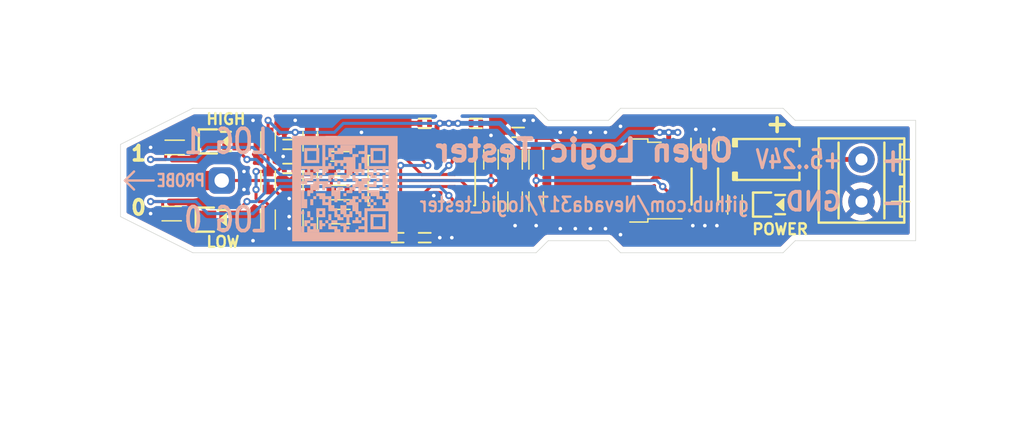
<source format=kicad_pcb>
(kicad_pcb (version 20221018) (generator pcbnew)
  (title_block (title "Logic Tester") (date "2024-11-23") (rev "1.0") (company "OSHW"))
  (layers (0 "F.Cu" signal) (31 "B.Cu" signal) (34 "B.Paste" user) (35 "F.Paste" user) (36 "B.SilkS" user "B.Silkscreen") (37 "F.SilkS" user "F.Silkscreen") (38 "B.Mask" user) (39 "F.Mask" user) (44 "Edge.Cuts" user))
  (net 0 "")
  (net 1 "/CHK1")
  (net 2 "GNDD")
  (net 3 "/REF_D")
  (net 4 "/CHK0")
  (net 5 "/CENTER")
  (net 6 "/REF1")
  (net 7 "V+")
  (net 8 "/VCC_REG")
  (net 9 "Net-(D1-A)")
  (net 10 "Net-(D2-K)")
  (net 11 "Net-(D3-K)")
  (net 12 "Net-(D4-K)")
  (net 13 "/PROBE")
  (net 14 "/REF0")
  (net 15 "Net-(U2-ADJ)")
  (net 16 "Net-(R17-Pad1)")
  (net 17 "Net-(R19-Pad1)")
  (net 18 "Net-(U1B-+)")
  (net 19 "Net-(U1D--)")
  (net 20 "Net-(U1B--)")
  (net 21 "Net-(U1D-+)")
  (footprint "NevaDA:C_0402" (layer "F.Cu") (at 108 96 180)
    (fp_text reference "C9" hide)
    (fp_text value "100n" hide)
  )
  (footprint "NevaDA:R_0603" (layer "F.Cu") (at 93.25 101)
    (fp_text reference "R10" hide)
    (fp_text value "1k" hide)
  )
  (footprint "NevaDA:R_0603" (layer "F.Cu") (at 93.25 103)
    (fp_text reference "R8" hide)
    (fp_text value "1k" hide)
  )
  (footprint "NevaDA:Terminal_3.5mm_x2" (layer "F.Cu") (at 136.5 100 90)
    (fp_text reference "J1" hide)
    (fp_text value "15EDGR-3.5-02P" hide)
  )
  (footprint "NevaDA:R_0603" (layer "F.Cu") (at 107.75 98.25 -90)
    (fp_text reference "R15" hide)
    (fp_text value "10k" hide)
  )
  (footprint "NevaDA:LED_KP-2012G" (layer "F.Cu") (at 83.5 103.25)
    (fp_text reference "D4" hide)
    (fp_text value "KP-2012MGC" hide)
  )
  (footprint "NevaDA:R_0603" (layer "F.Cu") (at 109.5 98.25 -90)
    (fp_text reference "R13" hide)
    (fp_text value "240" hide)
  )
  (footprint "NevaDA:R_0603" (layer "F.Cu") (at 105.75 98.25 90)
    (fp_text reference "R12" hide)
    (fp_text value "100k" hide)
  )
  (footprint "NevaDA:R_0603" (layer "F.Cu") (at 90.75 100 -90)
    (fp_text reference "R4" hide)
    (fp_text value "1k" hide)
  )
  (footprint "NevaDA:C_0402" (layer "F.Cu") (at 89 99)
    (fp_text reference "C1" hide)
    (fp_text value "100n" hide)
  )
  (footprint "NevaDA:R_0603" (layer "F.Cu") (at 87.25 100 -90)
    (fp_text reference "R3" hide)
    (fp_text value "10k" hide)
  )
  (footprint "NevaDA:C_0402" (layer "F.Cu") (at 104.5 95.25)
    (fp_text reference "C8" hide)
    (fp_text value "100n" hide)
  )
  (footprint "NevaDA:R_0603" (layer "F.Cu") (at 79.5 97.25)
    (fp_text reference "R17" hide)
    (fp_text value "1k" hide)
  )
  (footprint "NevaDA:C_0402" (layer "F.Cu") (at 122.75 97 90)
    (fp_text reference "C6" hide)
    (fp_text value "100n" hide)
  )
  (footprint "NevaDA:C_0402" (layer "F.Cu") (at 98 104.75 180)
    (fp_text reference "C10" hide)
    (fp_text value "100n" hide)
  )
  (footprint "NevaDA:Pad_Wire" (layer "F.Cu") (at 83.4 100 180)
    (fp_text reference "J2" hide)
    (fp_text value "Probe" hide)
  )
  (footprint "NevaDA:R_0603" (layer "F.Cu") (at 107.75 101.75 -90)
    (fp_text reference "R16" hide)
    (fp_text value "10k" hide)
  )
  (footprint "NevaDA:R_0603" (layer "F.Cu") (at 87.25 96.75 -90)
    (fp_text reference "R1" hide)
    (fp_text value "10k" hide)
  )
  (footprint "NevaDA:R_0603" (layer "F.Cu") (at 109.5 101.75 -90)
    (fp_text reference "R14" hide)
    (fp_text value "1k" hide)
  )
  (footprint "NevaDA:LED_KP-2012G" (layer "F.Cu") (at 83.75 96.75)
    (fp_text reference "D2" hide)
    (fp_text value "KP-2012MGC" hide)
  )
  (footprint "NevaDA:C_0402" (layer "F.Cu") (at 124.25 97 90)
    (fp_text reference "C5" hide)
    (fp_text value "100n" hide)
  )
  (footprint "NevaDA:SOIC-14" (layer "F.Cu") (at 100 100 -90)
    (fp_text reference "U1" hide)
    (fp_text value "LM339D" hide)
  )
  (footprint "NevaDA:R_0603" (layer "F.Cu") (at 93.25 97)
    (fp_text reference "R7" hide)
    (fp_text value "1k" hide)
  )
  (footprint "NevaDA:C_0402" (layer "F.Cu") (at 89 97 180)
    (fp_text reference "C2" hide)
    (fp_text value "100n" hide)
  )
  (footprint "NevaDA:R_0603" (layer "F.Cu") (at 87.25 103.25 -90)
    (fp_text reference "R2" hide)
    (fp_text value "10k" hide)
  )
  (footprint "NevaDA:R_0603" (layer "F.Cu") (at 90.75 96.75 -90)
    (fp_text reference "R5" hide)
    (fp_text value "1k" hide)
  )
  (footprint "NevaDA:R_0603" (layer "F.Cu") (at 126 102 90)
    (fp_text reference "R18" hide)
    (fp_text value "1k" hide)
  )
  (footprint "NevaDA:R_0603" (layer "F.Cu") (at 79.25 102.75)
    (fp_text reference "R19" hide)
    (fp_text value "1k" hide)
  )
  (footprint "NevaDA:R_0603" (layer "F.Cu") (at 93.25 99)
    (fp_text reference "R9" hide)
    (fp_text value "1k" hide)
  )
  (footprint "NevaDA:R_0603" (layer "F.Cu") (at 90.75 103.25 -90)
    (fp_text reference "R6" hide)
    (fp_text value "1k" hide)
  )
  (footprint "NevaDA:D-PAK" (layer "F.Cu") (at 116.3 100 180)
    (fp_text reference "U2" hide)
    (fp_text value "LM317MDT" hide)
  )
  (footprint "NevaDA:LED_KP-2012G" (layer "F.Cu") (at 129.75 102)
    (fp_text reference "D3" hide)
    (fp_text value "KP-2012MGC" hide)
  )
  (footprint "NevaDA:C_0402" (layer "F.Cu") (at 100.25 104.75)
    (fp_text reference "C7" hide)
    (fp_text value "100n" hide)
  )
  (footprint "NevaDA:R_0603" (layer "F.Cu") (at 105.75 101.75 -90)
    (fp_text reference "R11" hide)
    (fp_text value "100k" hide)
  )
  (footprint "NevaDA:C_0402" (layer "F.Cu") (at 100.25 95.25 180)
    (fp_text reference "C3" hide)
    (fp_text value "100n" hide)
  )
  (footprint "NevaDA:DO-214AC_SMA" (layer "F.Cu") (at 128.75 98.25)
    (fp_text reference "D1" hide)
    (fp_text value "SS14" hide)
  )
  (footprint "NevaDA:C_1206" (layer "F.Cu") (at 123.5 100.5 -90)
    (fp_text reference "C4" hide)
    (fp_text value "22u" hide)
  )
  (gr_poly (pts (xy 92 103.05) (xy 92 102.3) (xy 91.25 102.3) (xy 91.25 102.55) (xy 91.75 102.55) (xy 91.75 102.8) (xy 91.5 102.8) (xy 91.5 102.55) (xy 91.25 102.55) (xy 91.25 103.05)) (fill solid) (layer "B.SilkS"))
  (gr_poly (pts (xy 93 103.55) (xy 92.5 103.55) (xy 92.5 103.3) (xy 93 103.3)) (fill solid) (layer "B.SilkS"))
  (gr_poly (pts (xy 92.75 99.55) (xy 92.75 99.8) (xy 92.5 99.8) (xy 92.5 100.05) (xy 92.25 100.05) (xy 92.25 99.55)) (fill solid) (layer "B.SilkS"))
  (gr_poly (pts (xy 91.75 103.3) (xy 91.75 103.55) (xy 92 103.55) (xy 92 103.8) (xy 91.75 103.8) (xy 91.75 104.05) (xy 91.5 104.05) (xy 91.5 103.3)) (fill solid) (layer "B.SilkS"))
  (gr_poly (pts (xy 97.25 101.05) (xy 97.25 101.55) (xy 97 101.55) (xy 97 101.05)) (fill solid) (layer "B.SilkS"))
  (gr_poly (pts (xy 92 97.05) (xy 92 98.05) (xy 92.25 98.05) (xy 92.25 98.3) (xy 92 98.3) (xy 92 98.8) (xy 92.25 98.8) (xy 92.25 98.55) (xy 92.5 98.55) (xy 92.5 98.8) (xy 92.75 98.8) (xy 92.75 99.05) (xy 92.25 99.05) (xy 92.25 99.3) (xy 92 99.3) (xy 92 99.55) (xy 91.75 99.55) (xy 91.75 99.05) (xy 91.5 99.05) (xy 91.5 99.3) (xy 91 99.3) (xy 91 99.05) (xy 90.75 99.05) (xy 90.75 99.3) (xy 91 99.3) (xy 91 99.55) (xy 91.25 99.55) (xy 91.25 99.8) (xy 91 99.8) (xy 91 100.05) (xy 90.5 100.05) (xy 90.5 100.3) (xy 90 100.3) (xy 90 100.05) (xy 90.25 100.05) (xy 90.25 99.8) (xy 90.75 99.8) (xy 90.75 99.55) (xy 90.25 99.55) (xy 90.25 99.3) (xy 90.5 99.3) (xy 90.5 99.05) (xy 90 99.05) (xy 90 98.8) (xy 91.75 98.8) (xy 91.75 97.05)) (fill solid) (layer "B.SilkS"))
  (gr_poly (pts (xy 93.25 104.3) (xy 93.25 104.05) (xy 93 104.05) (xy 93 103.8) (xy 92.5 103.8) (xy 92.5 103.55) (xy 92.25 103.55) (xy 92.25 104.05) (xy 92.75 104.05) (xy 92.75 104.3)) (fill solid) (layer "B.SilkS"))
  (gr_poly (pts (xy 95.75 101.3) (xy 95.75 101.55) (xy 95.5 101.55) (xy 95.5 101.8) (xy 95.25 101.8) (xy 95.25 101.55) (xy 95 101.55) (xy 95 101.05) (xy 95.25 101.05) (xy 95.25 101.3)) (fill solid) (layer "B.SilkS"))
  (gr_poly (pts (xy 93.5 100.55) (xy 93.5 100.8) (xy 93.25 100.8) (xy 93.25 101.55) (xy 93 101.55) (xy 93 101.8) (xy 92.75 101.8) (xy 92.75 101.3) (xy 92.5 101.3) (xy 92.5 100.55) (xy 92.75 100.55) (xy 92.75 100.8) (xy 93 100.8) (xy 93 100.55)) (fill solid) (layer "B.SilkS"))
  (gr_poly (pts (xy 94.75 104.05) (xy 94.75 104.3) (xy 94.5 104.3) (xy 94.5 104.05)) (fill solid) (layer "B.SilkS"))
  (gr_poly (pts (xy 93.75 101.55) (xy 93.75 101.8) (xy 93.5 101.8) (xy 93.5 101.55)) (fill solid) (layer "B.SilkS"))
  (gr_poly (pts (xy 94.5 97.05) (xy 94.5 97.3) (xy 94.25 97.3) (xy 94.25 97.8) (xy 94 97.8) (xy 94 97.55) (xy 93.5 97.55) (xy 93.5 97.8) (xy 92.75 97.8) (xy 92.75 97.55) (xy 93 97.55) (xy 93 97.3) (xy 93.25 97.3) (xy 93.25 97.05)) (fill solid) (layer "B.SilkS"))
  (gr_poly (pts (xy 90.75 103.3) (xy 90.75 103.55) (xy 90.5 103.55) (xy 90.5 103.8) (xy 90.25 103.8) (xy 90.25 103.3)) (fill solid) (layer "B.SilkS"))
  (gr_poly (pts (xy 93.25 99.05) (xy 93.25 99.3) (xy 93 99.3) (xy 93 99.05)) (fill solid) (layer "B.SilkS"))
  (gr_poly (pts (xy 97.25 99.8) (xy 97 99.8) (xy 97 99.55) (xy 96.75 99.55) (xy 96.75 100.55) (xy 97 100.55) (xy 97 100.3) (xy 97.25 100.3)) (fill solid) (layer "B.SilkS"))
  (gr_poly (pts (xy 90.25 99.55) (xy 90.25 99.8) (xy 90 99.8) (xy 90 99.55)) (fill solid) (layer "B.SilkS"))
  (gr_poly (pts (xy 96 101.55) (xy 96 101.8) (xy 95.75 101.8) (xy 95.75 101.55)) (fill solid) (layer "B.SilkS"))
  (gr_poly (pts (xy 96.25 100.05) (xy 96.25 100.55) (xy 95.5 100.55) (xy 95.5 100.3) (xy 96 100.3) (xy 96 100.05)) (fill solid) (layer "B.SilkS"))
  (gr_poly (pts (xy 97.25 98.8) (xy 97.25 99.05) (xy 97 99.05) (xy 97 99.3) (xy 96.75 99.3) (xy 96.75 99.05) (xy 96.25 99.05) (xy 96.25 99.3) (xy 96 99.3) (xy 96 99.05) (xy 95.25 99.05) (xy 95.25 98.55) (xy 95 98.55) (xy 95 98.05) (xy 95.25 98.05) (xy 95.25 97.8) (xy 94.75 97.8) (xy 94.75 97.55) (xy 95.25 97.55) (xy 95.25 97.05) (xy 95.5 97.05) (xy 95.5 98.8)) (fill solid) (layer "B.SilkS"))
  (gr_poly (pts (xy 97.25 101.8) (xy 97 101.8) (xy 97 101.55) (xy 96.75 101.55) (xy 96.75 102.05) (xy 97 102.05) (xy 97 102.3) (xy 96 102.3) (xy 96 102.05) (xy 95.75 102.05) (xy 95.75 102.3) (xy 95.25 102.3) (xy 95.25 103.05) (xy 95 103.05) (xy 95 103.3) (xy 95.25 103.3) (xy 95.25 103.8) (xy 94.75 103.8) (xy 94.75 104.05) (xy 95.25 104.05) (xy 95.25 104.3) (xy 95.5 104.3) (xy 95.5 102.55) (xy 97.25 102.55)) (fill solid) (layer "B.SilkS"))
  (gr_poly (pts (xy 94 100.3) (xy 94 100.55) (xy 93.75 100.55) (xy 93.75 100.3)) (fill solid) (layer "B.SilkS"))
  (gr_poly (pts (xy 93.5 103.3) (xy 93.5 103.05) (xy 93.25 103.05) (xy 93.25 102.8) (xy 93 102.8) (xy 93 102.3) (xy 92.75 102.3) (xy 92.75 102.05) (xy 92.5 102.05) (xy 92.5 101.3) (xy 92 101.3) (xy 92 101.05) (xy 91.25 101.05) (xy 91.25 101.3) (xy 91.5 101.3) (xy 91.5 101.55) (xy 92.25 101.55) (xy 92.25 101.8) (xy 92 101.8) (xy 92 101.55) (xy 91.75 101.55) (xy 91.75 102.05) (xy 92.25 102.05) (xy 92.25 102.55) (xy 92.75 102.55) (xy 92.75 103.05) (xy 93 103.05) (xy 93 103.3)) (fill solid) (layer "B.SilkS"))
  (gr_poly (pts (xy 91.5 104.05) (xy 91.5 104.3) (xy 90.5 104.3) (xy 90.5 103.8) (xy 90.75 103.8) (xy 90.75 104.05) (xy 91 104.05) (xy 91 103.8) (xy 90.75 103.8) (xy 90.75 103.55) (xy 91.25 103.55) (xy 91.25 104.05)) (fill solid) (layer "B.SilkS"))
  (gr_poly (pts (xy 93 97.05) (xy 93 97.3) (xy 92.75 97.3) (xy 92.75 97.05)) (fill solid) (layer "B.SilkS"))
  (gr_poly (pts (xy 90.25 102.55) (xy 90.25 102.8) (xy 90 102.8) (xy 90 102.55)) (fill solid) (layer "B.SilkS"))
  (gr_poly (pts (xy 93.25 100.05) (xy 93.25 100.3) (xy 93 100.3) (xy 93 100.05)) (fill solid) (layer "B.SilkS"))
  (gr_poly (pts (xy 95.25 99.05) (xy 95.25 99.55) (xy 95 99.55) (xy 95 99.3) (xy 94.75 99.3) (xy 94.75 99.55) (xy 94.5 99.55) (xy 94.5 99.3) (xy 94.25 99.3) (xy 94.25 99.55) (xy 94 99.55) (xy 94 99.8) (xy 93.75 99.8) (xy 93.75 100.05) (xy 93.5 100.05) (xy 93.5 99.8) (xy 93.25 99.8) (xy 93.25 99.55) (xy 93.75 99.55) (xy 93.75 99.05) (xy 93.5 99.05) (xy 93.5 98.8) (xy 93.75 98.8) (xy 93.75 98.55) (xy 93.5 98.55) (xy 93.5 98.8) (xy 93.25 98.8) (xy 93.25 98.55) (xy 93 98.55) (xy 93 98.8) (xy 92.75 98.8) (xy 92.75 98.3) (xy 93.5 98.3) (xy 93.5 98.05) (xy 94.25 98.05) (xy 94.25 97.8) (xy 94.75 97.8) (xy 94.75 98.05) (xy 94.5 98.05) (xy 94.5 99.05) (xy 94.75 99.05) (xy 94.75 98.55) (xy 95 98.55) (xy 95 99.05)) (fill solid) (layer "B.SilkS"))
  (gr_poly (pts (xy 97 98.55) (xy 97 97.3) (xy 95.75 97.3) (xy 95.75 97.55) (xy 96.75 97.55) (xy 96.75 98.3) (xy 96 98.3) (xy 96 97.55) (xy 95.75 97.55) (xy 95.75 98.55)) (fill solid) (layer "B.SilkS"))
  (gr_poly (pts (xy 91.75 99.55) (xy 91.75 99.8) (xy 91.5 99.8) (xy 91.5 99.55)) (fill solid) (layer "B.SilkS"))
  (gr_poly (pts (xy 90 100.8) (xy 90.25 100.8) (xy 90.25 101.55) (xy 90.5 101.55) (xy 90.5 102.3) (xy 90 102.3)) (fill solid) (layer "B.SilkS"))
  (gr_poly (pts (xy 96.25 101.8) (xy 96.25 102.05) (xy 96 102.05) (xy 96 101.8)) (fill solid) (layer "B.SilkS"))
  (gr_poly (pts (xy 93.75 104.3) (xy 93.75 104.05) (xy 94 104.05) (xy 94 103.8) (xy 93.75 103.8) (xy 93.75 103.55) (xy 93.25 103.55) (xy 93.25 103.8) (xy 93.5 103.8) (xy 93.5 104.3)) (fill solid) (layer "B.SilkS"))
  (gr_poly (pts (xy 91 103.05) (xy 91 103.3) (xy 90.75 103.3) (xy 90.75 103.05)) (fill solid) (layer "B.SilkS"))
  (gr_line (start 75.375 100) (end 76.125 99.25) (stroke (width 0.2)) (layer "B.SilkS"))
  (gr_poly (pts (xy 96.75 100.55) (xy 96.75 100.8) (xy 96.5 100.8) (xy 96.5 100.55)) (fill solid) (layer "B.SilkS"))
  (gr_poly (pts (xy 91.5 98.55) (xy 91.5 97.3) (xy 90.25 97.3) (xy 90.25 97.55) (xy 91.25 97.55) (xy 91.25 98.3) (xy 90.5 98.3) (xy 90.5 97.55) (xy 90.25 97.55) (xy 90.25 98.55)) (fill solid) (layer "B.SilkS"))
  (gr_poly (pts (xy 96.5 99.8) (xy 96.5 100.05) (xy 96.25 100.05) (xy 96.25 99.8)) (fill solid) (layer "B.SilkS"))
  (gr_poly (pts (xy 90.25 103.8) (xy 90.25 104.3) (xy 90 104.3) (xy 90 103.8)) (fill solid) (layer "B.SilkS"))
  (gr_poly (pts (xy 91.25 101.3) (xy 91.25 101.55) (xy 91 101.55) (xy 91 101.3)) (fill solid) (layer "B.SilkS"))
  (gr_poly (pts (xy 96.5 99.3) (xy 96.5 99.55) (xy 96.25 99.55) (xy 96.25 99.3)) (fill solid) (layer "B.SilkS"))
  (gr_poly (pts (xy 91 101.55) (xy 91 102.05) (xy 90.75 102.05) (xy 90.75 101.55)) (fill solid) (layer "B.SilkS"))
  (gr_poly (pts (xy 96.75 101.55) (xy 96.75 101.3) (xy 96.5 101.3) (xy 96.5 100.8) (xy 95.5 100.8) (xy 95.5 101.05) (xy 95.75 101.05) (xy 95.75 101.3) (xy 96.25 101.3) (xy 96.25 101.55)) (fill solid) (layer "B.SilkS"))
  (gr_line (start 75.375 100) (end 76.125 100.75) (stroke (width 0.2)) (layer "B.SilkS"))
  (gr_poly (pts (xy 92.75 97.3) (xy 92.25 97.3) (xy 92.25 98.05) (xy 92.5 98.05) (xy 92.5 98.3) (xy 92.75 98.3) (xy 92.75 97.8) (xy 92.5 97.8) (xy 92.5 97.55) (xy 92.75 97.55)) (fill solid) (layer "B.SilkS"))
  (gr_poly (pts (xy 94.75 103.05) (xy 94.75 103.3) (xy 95 103.3) (xy 95 103.55) (xy 94.25 103.55) (xy 94.25 103.3) (xy 94.5 103.3) (xy 94.5 103.05)) (fill solid) (layer "B.SilkS"))
  (gr_poly (pts (xy 93.75 101.05) (xy 93.75 101.3) (xy 93.5 101.3) (xy 93.5 101.05)) (fill solid) (layer "B.SilkS"))
  (gr_line (start 77.75 100) (end 75.375 100) (stroke (width 0.2)) (layer "B.SilkS"))
  (gr_poly (pts (xy 94.25 102.55) (xy 94.25 103.05) (xy 94 103.05) (xy 94 103.55) (xy 93.75 103.55) (xy 93.75 103.05) (xy 93.5 103.05) (xy 93.5 102.8) (xy 93.25 102.8) (xy 93.25 102.05) (xy 93.75 102.05) (xy 93.75 102.8) (xy 94 102.8) (xy 94 102.55)) (fill solid) (layer "B.SilkS"))
  (gr_poly (pts (xy 97.25 100.55) (xy 97.25 100.8) (xy 97 100.8) (xy 97 100.55)) (fill solid) (layer "B.SilkS"))
  (gr_poly (pts (xy 95.75 101.8) (xy 95.75 102.05) (xy 95.5 102.05) (xy 95.5 101.8)) (fill solid) (layer "B.SilkS"))
  (gr_poly (pts (xy 97 104.05) (xy 97 102.8) (xy 95.75 102.8) (xy 95.75 103.05) (xy 96.75 103.05) (xy 96.75 103.8) (xy 96 103.8) (xy 96 103.05) (xy 95.75 103.05) (xy 95.75 104.05)) (fill solid) (layer "B.SilkS"))
  (gr_poly (pts (xy 98 96.3) (xy 98 105.05) (xy 89.25 105.05) (xy 89.25 96.3) (xy 97.25 96.3) (xy 97.25 97.05) (xy 90 97.05) (xy 90 104.3) (xy 97.25 104.3) (xy 97.25 96.3)) (fill solid) (layer "B.SilkS"))
  (gr_poly (pts (xy 95.75 99.8) (xy 95.75 100.05) (xy 95.5 100.05) (xy 95.5 100.3) (xy 95.25 100.3) (xy 95.25 100.55) (xy 95.5 100.55) (xy 95.5 100.8) (xy 95 100.8) (xy 95 101.05) (xy 94.75 101.05) (xy 94.75 100.55) (xy 94.5 100.55) (xy 94.5 100.8) (xy 94.25 100.8) (xy 94.25 101.05) (xy 93.75 101.05) (xy 93.75 100.8) (xy 94 100.8) (xy 94 100.55) (xy 94.25 100.55) (xy 94.25 100.3) (xy 94.5 100.3) (xy 94.5 100.05) (xy 94.25 100.05) (xy 94.25 99.55) (xy 94.5 99.55) (xy 94.5 99.8) (xy 94.75 99.8) (xy 94.75 100.05) (xy 95 100.05) (xy 95 99.8)) (fill solid) (layer "B.SilkS"))
  (gr_poly (pts (xy 92.25 103.3) (xy 92.25 103.55) (xy 92 103.55) (xy 92 103.3)) (fill solid) (layer "B.SilkS"))
  (gr_poly (pts (xy 93 99.8) (xy 93 100.05) (xy 92.75 100.05) (xy 92.75 99.8)) (fill solid) (layer "B.SilkS"))
  (gr_poly (pts (xy 90.75 102.55) (xy 90.75 103.05) (xy 90.5 103.05) (xy 90.5 102.55)) (fill solid) (layer "B.SilkS"))
  (gr_poly (pts (xy 95 101.55) (xy 95 101.8) (xy 94.75 101.8) (xy 94.75 101.55)) (fill solid) (layer "B.SilkS"))
  (gr_poly (pts (xy 92.5 100.3) (xy 92.5 100.55) (xy 92 100.55) (xy 92 100.8) (xy 91.75 100.8) (xy 91.75 100.3) (xy 91.5 100.3) (xy 91.5 100.8) (xy 91 100.8) (xy 91 101.05) (xy 90.75 101.05) (xy 90.75 101.3) (xy 90.5 101.3) (xy 90.5 100.8) (xy 90.75 100.8) (xy 90.75 100.3) (xy 91 100.3) (xy 91 100.05) (xy 91.25 100.05) (xy 91.25 99.8) (xy 91.5 99.8) (xy 91.5 100.05) (xy 92.25 100.05) (xy 92.25 100.3)) (fill solid) (layer "B.SilkS"))
  (gr_poly (pts (xy 93 99.3) (xy 93 99.55) (xy 92.75 99.55) (xy 92.75 99.3)) (fill solid) (layer "B.SilkS"))
  (gr_poly (pts (xy 97.25 99.3) (xy 97 99.3) (xy 97 99.55) (xy 97.25 99.55)) (fill solid) (layer "B.SilkS"))
  (gr_poly (pts (xy 94.75 101.3) (xy 94.75 101.55) (xy 94.5 101.55) (xy 94.5 101.8) (xy 94.75 101.8) (xy 94.75 102.55) (xy 95 102.55) (xy 95 103.05) (xy 94.75 103.05) (xy 94.75 102.8) (xy 94.5 102.8) (xy 94.5 102.55) (xy 94.25 102.55) (xy 94.25 102.05) (xy 93.75 102.05) (xy 93.75 101.8) (xy 94 101.8) (xy 94 101.55) (xy 94.25 101.55) (xy 94.25 101.3)) (fill solid) (layer "B.SilkS"))
  (gr_poly (pts (xy 96.25 99.55) (xy 96.25 99.8) (xy 95.75 99.8) (xy 95.75 99.55) (xy 95.5 99.55) (xy 95.5 99.3) (xy 96 99.3) (xy 96 99.55)) (fill solid) (layer "B.SilkS"))
  (gr_poly (pts (xy 92.5 102.8) (xy 92.5 103.3) (xy 92.25 103.3) (xy 92.25 102.8)) (fill solid) (layer "B.SilkS"))
  (gr_line (start 81 106) (end 109.5 106) (stroke (width 0.05)) (layer "Edge.Cuts"))
  (gr_line (start 75 103) (end 81 106) (stroke (width 0.05)) (layer "Edge.Cuts"))
  (gr_line (start 109.5 106) (end 110.5 105) (stroke (width 0.05)) (layer "Edge.Cuts"))
  (gr_line (start 130 106) (end 131 105) (stroke (width 0.05)) (layer "Edge.Cuts"))
  (gr_line (start 110.5 95) (end 109.5 94) (stroke (width 0.05)) (layer "Edge.Cuts"))
  (gr_line (start 75 97) (end 75 103) (stroke (width 0.05)) (layer "Edge.Cuts"))
  (gr_line (start 110.5 105) (end 115.5 105) (stroke (width 0.05)) (layer "Edge.Cuts"))
  (gr_line (start 115.5 95) (end 110.5 95) (stroke (width 0.05)) (layer "Edge.Cuts"))
  (gr_line (start 141 105) (end 141 95) (stroke (width 0.05)) (layer "Edge.Cuts"))
  (gr_line (start 116.5 94) (end 115.5 95) (stroke (width 0.05)) (layer "Edge.Cuts"))
  (gr_line (start 130 94) (end 131 95) (stroke (width 0.05)) (layer "Edge.Cuts"))
  (gr_line (start 130 94) (end 116.5 94) (stroke (width 0.05)) (layer "Edge.Cuts"))
  (gr_line (start 131 95) (end 141 95) (stroke (width 0.05)) (layer "Edge.Cuts"))
  (gr_line (start 115.5 105) (end 116.5 106) (stroke (width 0.05)) (layer "Edge.Cuts"))
  (gr_line (start 116.5 106) (end 130 106) (stroke (width 0.05)) (layer "Edge.Cuts"))
  (gr_line (start 109.5 94) (end 81 94) (stroke (width 0.05)) (layer "Edge.Cuts"))
  (gr_line (start 131 105) (end 141 105) (stroke (width 0.05)) (layer "Edge.Cuts"))
  (gr_line (start 75 97) (end 81 94) (stroke (width 0.05)) (layer "Edge.Cuts"))
  (gr_text "LOG 0" (at 83.75 103.25) (layer "B.SilkS") (effects (font (size 2 1.5) (thickness 0.3)) (justify mirror)))
  (gr_text "LOG 1" (at 83.75 96.75) (layer "B.SilkS") (effects (font (size 2 1.5) (thickness 0.3)) (justify mirror)))
  (gr_text "Open Logic Tester" (at 113.5 97.5) (layer "B.SilkS") (effects (font (size 1.8 1.8) (thickness 0.4) bold) (justify mirror)))
  (gr_text "github.com/Nevada317/logic_tester" (at 113.5 102) (layer "B.SilkS") (effects (font (size 1.2 1) (thickness 0.2) bold) (justify mirror)))
  (gr_text "-" (at 138 101.75) (layer "B.SilkS") (effects (font (size 2 1.5) (thickness 0.3)) (justify right mirror)))
  (gr_text "+" (at 138 98.25) (layer "B.SilkS") (effects (font (size 2 1.5) (thickness 0.3)) (justify right mirror)))
  (gr_text "PROBE" (at 80 100) (layer "B.SilkS") (effects (font (size 1 0.8) (thickness 0.2) bold) (justify mirror)))
  (gr_text "GND" (at 135 101.75) (layer "B.SilkS") (effects (font (size 1.5 1.5) (thickness 0.3)) (justify left mirror)))
  (gr_text "+5..24V" (at 135 98.25) (layer "B.SilkS") (effects (font (size 1.5 1.2) (thickness 0.25)) (justify left mirror)))
  (gr_text "0\n" (at 76.5 102.25) (layer "F.SilkS") (effects (font (size 1.2 1.2) (thickness 0.3) bold)))
  (gr_text "HIGH" (at 83.75 94.9) (layer "F.SilkS") (effects (font (size 0.9 0.9) (thickness 0.2) bold)))
  (gr_text "POWER" (at 129.75 104.05) (layer "F.SilkS") (effects (font (size 0.9 0.9) (thickness 0.2) bold)))
  (gr_text "1" (at 76.5 97.75) (layer "F.SilkS") (effects (font (size 1.2 1.2) (thickness 0.3) bold)))
  (gr_text "LOW" (at 83.5 105.1) (layer "F.SilkS") (effects (font (size 0.9 0.9) (thickness 0.2) bold)))
  (gr_text "+" (at 129.5 95.25) (layer "F.SilkS") (effects (font (size 1.5 1.5) (thickness 0.3) bold)))
  (segment (start 104.1 95.65) (end 104.1 95.25) (width 0.25) (layer "F.Cu") (net 1))
  (segment (start 98.73 97) (end 98.73 98.23) (width 0.25) (layer "F.Cu") (net 1))
  (segment (start 103.81 97) (end 104.5 97) (width 0.25) (layer "F.Cu") (net 1))
  (segment (start 105 97.5) (end 105.75 97.5) (width 0.25) (layer "F.Cu") (net 1))
  (segment (start 103.81 95.94) (end 104.1 95.65) (width 0.25) (layer "F.Cu") (net 1))
  (segment (start 103.81 98.44) (end 103.81 97) (width 0.25) (layer "F.Cu") (net 1))
  (segment (start 102.75 99.5) (end 103.81 98.44) (width 0.25) (layer "F.Cu") (net 1))
  (segment (start 100 99.5) (end 102.75 99.5) (width 0.25) (layer "F.Cu") (net 1))
  (segment (start 104.5 97) (end 105 97.5) (width 0.25) (layer "F.Cu") (net 1))
  (segment (start 98.73 98.23) (end 100 99.5) (width 0.25) (layer "F.Cu") (net 1))
  (segment (start 103.81 97) (end 103.81 95.94) (width 0.25) (layer "F.Cu") (net 1))
  (segment (start 101.27 104.52) (end 101.5 104.75) (width 0.4) (layer "F.Cu") (net 2))
  (segment (start 88.6 97) (end 88.6 97.9) (width 0.25) (layer "F.Cu") (net 2))
  (segment (start 124.5 103.75) (end 123.5 103.75) (width 0.4) (layer "F.Cu") (net 2))
  (segment (start 107.6 96) (end 106 96) (width 0.25) (layer "F.Cu") (net 2))
  (segment (start 125.75 103.75) (end 124.5 103.75) (width 0.25) (layer "F.Cu") (net 2))
  (segment (start 88.6 95.4) (end 89.25 94.75) (width 0.25) (layer "F.Cu") (net 2))
  (segment (start 89.4 99) (end 89.4 99.6) (width 0.25) (layer "F.Cu") (net 2))
  (segment (start 105.75 95.5) (end 105.75 96.25) (width 0.25) (layer "F.Cu") (net 2))
  (segment (start 89 100) (end 89 101.5) (width 0.25) (layer "F.Cu") (net 2))
  (segment (start 126 103.5) (end 125.75 103.75) (width 0.25) (layer "F.Cu") (net 2))
  (segment (start 87.25 104) (end 89 104) (width 0.25) (layer "F.Cu") (net 2))
  (segment (start 89.5 95) (end 95.25 94.75) (width 0.25) (layer "F.Cu") (net 2))
  (segment (start 88.5 98) (end 89.3 98) (width 0.25) (layer "F.Cu") (net 2))
  (segment (start 100.65 104.75) (end 101.5 104.75) (width 0.25) (layer "F.Cu") (net 2))
  (segment (start 92.25 105.25) (end 89.5 105.25) (width 0.25) (layer "F.Cu") (net 2))
  (segment (start 101.27 103) (end 101.27 104.52) (width 0.4) (layer "F.Cu") (net 2))
  (segment (start 104.9 95.25) (end 105.5 95.25) (width 0.25) (layer "F.Cu") (net 2))
  (segment (start 107.75 102.5) (end 107.75 103.75) (width 0.25) (layer "F.Cu") (net 2))
  (segment (start 92.75 104.75) (end 92.25 105.25) (width 0.25) (layer "F.Cu") (net 2))
  (segment (start 88.6 97) (end 88.6 95.4) (width 0.25) (layer "F.Cu") (net 2))
  (segment (start 122.75 96.6) (end 122.75 95.75) (width 0.25) (layer "F.Cu") (net 2))
  (segment (start 99.85 95.25) (end 99.25 95.25) (width 0.25) (layer "F.Cu") (net 2))
  (segment (start 105.5 95.25) (end 105.75 95.5) (width 0.25) (layer "F.Cu") (net 2))
  (segment (start 89.3 98) (end 89.4 98.1) (width 0.25) (layer "F.Cu") (net 2))
  (segment (start 123.5 102) (end 123.5 103.75) (width 0.4) (layer "F.Cu") (net 2))
  (segment (start 97.6 104.75) (end 92.75 104.75) (width 0.25) (layer "F.Cu") (net 2))
  (segment (start 89.5 105.25) (end 89 104.75) (width 0.25) (layer "F.Cu") (net 2))
  (segment (start 123.5 103.75) (end 122.5 103.75) (width 0.4) (layer "F.Cu") (net 2))
  (segment (start 95.25 94.75) (end 95.75 95.25) (width 0.25) (layer "F.Cu") (net 2))
  (segment (start 95.75 95.25) (end 95 96) (width 0.4) (layer "F.Cu") (net 2))
  (segment (start 106 96) (end 105.75 96.25) (width 0.25) (layer "F.Cu") (net 2))
  (segment (start 126 102.75) (end 126 103.5) (width 0.25) (layer "F.Cu") (net 2))
  (segment (start 89 104) (end 89 103) (width 0.25) (layer "F.Cu") (net 2))
  (segment (start 99.25 95.25) (end 95.75 95.25) (width 0.4) (layer "F.Cu") (net 2))
  (segment (start 101.27 101.52) (end 101 101.25) (width 0.4) (layer "F.Cu") (net 2))
  (segment (start 89.4 99.6) (end 89 100) (width 0.25) (layer "F.Cu") (net 2))
  (segment (start 90.75 104) (end 89 104) (width 0.25) (layer "F.Cu") (net 2))
  (segment (start 124.25 96.6) (end 124.25 95.75) (width 0.25) (layer "F.Cu") (net 2))
  (segment (start 109.5 102.5) (end 109.5 103.75) (width 0.25) (layer "F.Cu") (net 2))
  (segment (start 101.27 103) (end 101.27 101.52) (width 0.4) (layer "F.Cu") (net 2))
  (segment (start 89.25 94.75) (end 89.5 95) (width 0.25) (layer "F.Cu") (net 2))
  (segment (start 89.4 99) (end 89.4 98.1) (width 0.25) (layer "F.Cu") (net 2))
  (segment (start 89 104.75) (end 89 104) (width 0.25) (layer "F.Cu") (net 2))
  (segment (start 88.6 97.9) (end 88.5 98) (width 0.25) (layer "F.Cu") (net 2))
  (via (at 108.5 95) (size 0.6) (drill 0.3) (layers "F.Cu" "B.Cu") (net 2))
  (via (at 105.75 96.25) (size 0.6) (drill 0.3) (layers "F.Cu" "B.Cu") (net 2))
  (via (at 102.5 104.75) (size 0.6) (drill 0.3) (layers "F.Cu" "B.Cu") (net 2))
  (via (at 85.25 100.75) (size 0.6) (drill 0.3) (layers "F.Cu" "B.Cu") (net 2))
  (via (at 111.5 104) (size 0.6) (drill 0.3) (layers "F.Cu" "B.Cu") (net 2))
  (via (at 107.75 103.75) (size 0.6) (drill 0.3) (layers "F.Cu" "B.Cu") (net 2))
  (via (at 123.5 103.75) (size 0.6) (drill 0.3) (layers "F.Cu" "B.Cu") (net 2))
  (via (at 112.75 104) (size 0.6) (drill 0.3) (layers "F.Cu" "B.Cu") (net 2))
  (via (at 115.25 104) (size 0.6) (drill 0.3) (layers "F.Cu" "B.Cu") (net 2))
  (via (at 112.75 96) (size 0.6) (drill 0.3) (layers "F.Cu" "B.Cu") (net 2))
  (via (at 85.25 99.25) (size 0.6) (drill 0.3) (layers "F.Cu" "B.Cu") (net 2))
  (via (at 114 96) (size 0.6) (drill 0.3) (layers "F.Cu" "B.Cu") (net 2))
  (via (at 124.25 95.75) (size 0.6) (drill 0.3) (layers "F.Cu" "B.Cu") (net 2))
  (via (at 109.5 103.75) (size 0.6) (drill 0.3) (layers "F.Cu" "B.Cu") (net 2))
  (via (at 116.5 104.5) (size 0.6) (drill 0.3) (layers "F.Cu" "B.Cu") (net 2))
  (via (at 88.5 98) (size 0.6) (drill 0.3) (layers "F.Cu" "B.Cu") (net 2))
  (via (at 124.5 103.75) (size 0.6) (drill 0.3) (layers "F.Cu" "B.Cu") (net 2))
  (via (at 116.5 95.5) (size 0.6) (drill 0.3) (layers "F.Cu" "B.Cu") (net 2))
  (via (at 89 104) (size 0.6) (drill 0.3) (layers "F.Cu" "B.Cu") (net 2))
  (via (at 89.5 95) (size 0.6) (drill 0.3) (layers "F.Cu" "B.Cu") (net 2))
  (via (at 122.75 95.75) (size 0.6) (drill 0.3) (layers "F.Cu" "B.Cu") (net 2))
  (via (at 111.5 96) (size 0.6) (drill 0.3) (layers "F.Cu" "B.Cu") (net 2))
  (via (at 86 95) (size 0.6) (drill 0.3) (layers "F.Cu" "B.Cu") (net 2))
  (via (at 114 104) (size 0.6) (drill 0.3) (layers "F.Cu" "B.Cu") (net 2))
  (via (at 77.5 97.25) (size 0.6) (drill 0.3) (layers "F.Cu" "B.Cu") (net 2))
  (via (at 89 103) (size 0.6) (drill 0.3) (layers "F.Cu" "B.Cu") (net 2))
  (via (at 95 96) (size 0.6) (drill 0.3) (layers "F.Cu" "B.Cu") (net 2))
  (via (at 86 105) (size 0.6) (drill 0.3) (layers "F.Cu" "B.Cu") (net 2))
  (via (at 101.5 104.75) (size 0.6) (drill 0.3) (layers "F.Cu" "B.Cu") (net 2))
  (via (at 122.5 103.75) (size 0.6) (drill 0.3) (layers "F.Cu" "B.Cu") (net 2))
  (via (at 101 101.25) (size 0.6) (drill 0.3) (layers "F.Cu" "B.Cu") (net 2))
  (via (at 115.25 96) (size 0.6) (drill 0.3) (layers "F.Cu" "B.Cu") (net 2))
  (via (at 77.5 102.75) (size 0.6) (drill 0.3) (layers "F.Cu" "B.Cu") (net 2))
  (via (at 109.25 95) (size 0.6) (drill 0.3) (layers "F.Cu" "B.Cu") (net 2))
  (via (at 89 101.5) (size 0.6) (drill 0.3) (layers "F.Cu" "B.Cu") (net 2))
  (segment (start 124.25 95.75) (end 122.75 95.75) (width 0.4) (layer "B.Cu") (net 2))
  (segment (start 104.5 97.5) (end 96.5 97.5) (width 0.4) (layer "B.Cu") (net 2))
  (segment (start 125 103.25) (end 124.5 103.75) (width 0.4) (layer "B.Cu") (net 2))
  (segment (start 106.5 100.75) (end 106.5 99.5) (width 0.4) (layer "B.Cu") (net 2))
  (segment (start 122.5 103.75) (end 121.25 102.5) (width 0.4) (layer "B.Cu") (net 2))
  (segment (start 88.5 98) (end 89.5 98) (width 0.25) (layer "B.Cu") (net 2))
  (segment (start 89.5 98) (end 93 98) (width 0.25) (layer "B.Cu") (net 2))
  (segment (start 104.5 97.5) (end 105.75 96.25) (width 0.4) (layer "B.Cu") (net 2))
  (segment (start 90.75 104.75) (end 89 103) (width 0.25) (layer "B.Cu") (net 2))
  (segment (start 122.75 97) (end 121.25 98.5) (width 0.4) (layer "B.Cu") (net 2))
  (segment (start 106.5 99.5) (end 104.5 97.5) (width 0.4) (layer "B.Cu") (net 2))
  (segment (start 96.5 97.5) (end 95 96) (width 0.4) (layer "B.Cu") (net 2))
  (segment (start 96.75 104.75) (end 90.75 104.75) (width 0.25) (layer "B.Cu") (net 2))
  (segment (start 105 102.25) (end 106.5 100.75) (width 0.4) (layer "B.Cu") (net 2))
  (segment (start 121.25 98.5) (end 107.5 98.5) (width 0.4) (layer "B.Cu") (net 2))
  (segment (start 136.5 101.75) (end 135 103.25) (width 0.4) (layer "B.Cu") (net 2))
  (segment (start 93 98) (end 95 96) (width 0.25) (layer "B.Cu") (net 2))
  (segment (start 96.75 104.75) (end 101.5 104.75) (width 0.25) (layer "B.Cu") (net 2))
  (segment (start 122.75 95.75) (end 122.75 97) (width 0.4) (layer "B.Cu") (net 2))
  (segment (start 107.5 98.5) (end 106.5 99.5) (width 0.4) (layer "B.Cu") (net 2))
  (segment (start 101 101.25) (end 102 102.25) (width 0.4) (layer "B.Cu") (net 2))
  (segment (start 109.5 103.75) (end 107.75 103.75) (width 0.4) (layer "B.Cu") (net 2))
  (segment (start 102 102.25) (end 105 102.25) (width 0.4) (layer "B.Cu") (net 2))
  (segment (start 124.5 103.75) (end 122.5 103.75) (width 0.4) (layer "B.Cu") (net 2))
  (segment (start 89 101.5) (end 89 103) (width 0.25) (layer "B.Cu") (net 2))
  (segment (start 135 103.25) (end 125 103.25) (width 0.4) (layer "B.Cu") (net 2))
  (segment (start 106.5 102.5) (end 107.75 103.75) (width 0.4) (layer "B.Cu") (net 2))
  (segment (start 106.5 100.75) (end 106.5 102.5) (width 0.4) (layer "B.Cu") (net 2))
  (segment (start 121.25 102.5) (end 121.25 98.5) (width 0.4) (layer "B.Cu") (net 2))
  (segment (start 106.75 101.5) (end 106.5 101.75) (width 0.25) (layer "F.Cu") (net 3))
  (segment (start 107.75 99) (end 107.75 100) (width 0.25) (layer "F.Cu") (net 3))
  (segment (start 107.75 100) (end 107.25 100) (width 0.25) (layer "F.Cu") (net 3))
  (segment (start 106.75 100.5) (end 106.75 101.5) (width 0.25) (layer "F.Cu") (net 3))
  (segment (start 98.73 104.02) (end 98.4 104.35) (width 0.25) (layer "F.Cu") (net 3))
  (segment (start 103.25 100) (end 98.25 100) (width 0.25) (layer "F.Cu") (net 3))
  (segment (start 107.75 100) (end 107.75 101) (width 0.25) (layer "F.Cu") (net 3))
  (segment (start 106.5 101.75) (end 105 101.75) (width 0.25) (layer "F.Cu") (net 3))
  (segment (start 105 101.75) (end 103.25 100) (width 0.25) (layer "F.Cu") (net 3))
  (segment (start 98.73 103) (end 98.73 101.5) (width 0.25) (layer "F.Cu") (net 3))
  (segment (start 100 97) (end 100 98.25) (width 0.25) (layer "F.Cu") (net 3))
  (segment (start 100 98.25) (end 100.5 98.75) (width 0.25) (layer "F.Cu") (net 3))
  (segment (start 98.73 103) (end 98.73 104.02) (width 0.25) (layer "F.Cu") (net 3))
  (segment (start 98.25 98.75) (end 98.25 100) (width 0.25) (layer "F.Cu") (net 3))
  (segment (start 98.25 100) (end 98.25 101.02) (width 0.25) (layer "F.Cu") (net 3))
  (segment (start 98.4 104.35) (end 98.4 104.75) (width 0.25) (layer "F.Cu") (net 3))
  (segment (start 107.25 100) (end 106.75 100.5) (width 0.25) (layer "F.Cu") (net 3))
  (segment (start 98.25 101.02) (end 98.73 101.5) (width 0.25) (layer "F.Cu") (net 3))
  (via (at 98.25 98.75) (size 0.6) (drill 0.3) (layers "F.Cu" "B.Cu") (net 3))
  (via (at 100.5 98.75) (size 0.6) (drill 0.3) (layers "F.Cu" "B.Cu") (net 3))
  (segment (start 98.25 98.75) (end 100.5 98.75) (width 0.25) (layer "B.Cu") (net 3))
  (segment (start 103.81 103) (end 104.5 103) (width 0.25) (layer "F.Cu") (net 4))
  (segment (start 105 102.5) (end 105.75 102.5) (width 0.25) (layer "F.Cu") (net 4))
  (segment (start 99.85 104.25) (end 100 104.1) (width 0.25) (layer "F.Cu") (net 4))
  (segment (start 99.85 104.75) (end 99.85 104.25) (width 0.25) (layer "F.Cu") (net 4))
  (segment (start 100 104.1) (end 100 103) (width 0.25) (layer "F.Cu") (net 4))
  (segment (start 103.81 101.56) (end 103.81 103) (width 0.25) (layer "F.Cu") (net 4))
  (segment (start 102.75 100.5) (end 103.81 101.56) (width 0.25) (layer "F.Cu") (net 4))
  (segment (start 100 103) (end 100 101.25) (width 0.25) (layer "F.Cu") (net 4))
  (segment (start 100.75 100.5) (end 102.75 100.5) (width 0.25) (layer "F.Cu") (net 4))
  (segment (start 100 101.25) (end 100.75 100.5) (width 0.25) (layer "F.Cu") (net 4))
  (segment (start 104.5 103) (end 105 102.5) (width 0.25) (layer "F.Cu") (net 4))
  (segment (start 88 99.25) (end 87.25 99.25) (width 0.25) (layer "F.Cu") (net 5))
  (segment (start 87.25 102.5) (end 87.25 102) (width 0.25) (layer "F.Cu") (net 5))
  (segment (start 88.25 99) (end 88 99.25) (width 0.25) (layer "F.Cu") (net 5))
  (segment (start 86.5 101.75) (end 86.25 101.5) (width 0.25) (layer "F.Cu") (net 5))
  (segment (start 87.25 99.25) (end 86.25 99.25) (width 0.25) (layer "F.Cu") (net 5))
  (segment (start 87.25 102) (end 87 101.75) (width 0.25) (layer "F.Cu") (net 5))
  (segment (start 86.25 101.5) (end 86.25 100.75) (width 0.25) (layer "F.Cu") (net 5))
  (segment (start 88.6 99) (end 88.25 99) (width 0.25) (layer "F.Cu") (net 5))
  (segment (start 87.25 97.5) (end 87.25 99.25) (width 0.25) (layer "F.Cu") (net 5))
  (segment (start 87 101.75) (end 86.5 101.75) (width 0.25) (layer "F.Cu") (net 5))
  (via (at 86.25 99.25) (size 0.6) (drill 0.3) (layers "F.Cu" "B.Cu") (net 5))
  (via (at 86.25 100.75) (size 0.6) (drill 0.3) (layers "F.Cu" "B.Cu") (net 5))
  (segment (start 86.25 99.25) (end 86.25 100.75) (width 0.25) (layer "B.Cu") (net 5))
  (segment (start 89.75 97) (end 89.4 97) (width 0.25) (layer "F.Cu") (net 6))
  (segment (start 90.75 97.5) (end 90.25 97.5) (width 0.25) (layer "F.Cu") (net 6))
  (segment (start 90.75 97.5) (end 91.5 97.5) (width 0.25) (layer "F.Cu") (net 6))
  (segment (start 92 97) (end 92.5 97) (width 0.25) (layer "F.Cu") (net 6))
  (segment (start 90.75 97.5) (end 90.75 99.25) (width 0.25) (layer "F.Cu") (net 6))
  (segment (start 90.25 97.5) (end 89.75 97) (width 0.25) (layer "F.Cu") (net 6))
  (segment (start 91.5 97.5) (end 92 97) (width 0.25) (layer "F.Cu") (net 6))
  (segment (start 123.5 99) (end 120.75 99) (width 0.4) (layer "F.Cu") (net 7))
  (segment (start 126.75 98.25) (end 125 98.25) (width 0.4) (layer "F.Cu") (net 7))
  (segment (start 120.5 97.72) (end 120.5 96) (width 0.4) (layer "F.Cu") (net 7))
  (segment (start 125 98.25) (end 124.75 98) (width 0.4) (layer "F.Cu") (net 7))
  (segment (start 101.5 95.25) (end 102.25 95.25) (width 0.4) (layer "F.Cu") (net 7))
  (segment (start 120.75 99) (end 120.5 98.75) (width 0.4) (layer "F.Cu") (net 7))
  (segment (start 101.27 97) (end 101.27 95.48) (width 0.4) (layer "F.Cu") (net 7))
  (segment (start 124.25 98) (end 122.75 98) (width 0.4) (layer "F.Cu") (net 7))
  (segment (start 87.25 96) (end 87.25 95) (width 0.25) (layer "F.Cu") (net 7))
  (segment (start 120.5 98.75) (end 120.5 97.72) (width 0.4) (layer "F.Cu") (net 7))
  (segment (start 103 95.25) (end 102.25 95.25) (width 0.4) (layer "F.Cu") (net 7))
  (segment (start 121.25 96) (end 119.75 96) (width 0.4) (layer "F.Cu") (net 7))
  (segment (start 101.27 95.48) (end 101.5 95.25) (width 0.4) (layer "F.Cu") (net 7))
  (segment (start 90.75 96) (end 89.5 96) (width 0.25) (layer "F.Cu") (net 7))
  (segment (start 124.75 98) (end 124.25 98) (width 0.4) (layer "F.Cu") (net 7))
  (segment (start 126.75 98.25) (end 125.5 98.25) (width 0.4) (layer "F.Cu") (net 7))
  (segment (start 122.75 97.4) (end 122.75 98) (width 0.25) (layer "F.Cu") (net 7))
  (segment (start 124.75 99) (end 123.5 99) (width 0.4) (layer "F.Cu") (net 7))
  (segment (start 100.65 95.25) (end 101.5 95.25) (width 0.25) (layer "F.Cu") (net 7))
  (segment (start 125.5 98.25) (end 124.75 99) (width 0.4) (layer "F.Cu") (net 7))
  (segment (start 124.25 97.4) (end 124.25 98) (width 0.25) (layer "F.Cu") (net 7))
  (via (at 120.5 96) (size 0.6) (drill 0.3) (layers "F.Cu" "B.Cu") (net 7))
  (via (at 102.25 95.25) (size 0.6) (drill 0.3) (layers "F.Cu" "B.Cu") (net 7))
  (via (at 87.25 95) (size 0.6) (drill 0.3) (layers "F.Cu" "B.Cu") (net 7))
  (via (at 103 95.25) (size 0.6) (drill 0.3) (layers "F.Cu" "B.Cu") (net 7))
  (via (at 121.25 96) (size 0.6) (drill 0.3) (layers "F.Cu" "B.Cu") (net 7))
  (via (at 119.75 96) (size 0.6) (drill 0.3) (layers "F.Cu" "B.Cu") (net 7))
  (via (at 89.5 96) (size 0.6) (drill 0.3) (layers "F.Cu" "B.Cu") (net 7))
  (via (at 101.5 95.25) (size 0.6) (drill 0.3) (layers "F.Cu" "B.Cu") (net 7))
  (segment (start 92.75 96) (end 93.5 95.25) (width 0.25) (layer "B.Cu") (net 7))
  (segment (start 103 95.25) (end 106.5 95.25) (width 0.4) (layer "B.Cu") (net 7))
  (segment (start 108.25 97) (end 116.25 97) (width 0.4) (layer "B.Cu") (net 7))
  (segment (start 120.5 96) (end 121.25 96) (width 0.4) (layer "B.Cu") (net 7))
  (segment (start 106.5 95.25) (end 108.25 97) (width 0.4) (layer "B.Cu") (net 7))
  (segment (start 101.5 95.25) (end 93.5 95.25) (width 0.25) (layer "B.Cu") (net 7))
  (segment (start 117.25 96) (end 121.25 96) (width 0.4) (layer "B.Cu") (net 7))
  (segment (start 116.25 97) (end 117.25 96) (width 0.4) (layer "B.Cu") (net 7))
  (segment (start 88.25 96) (end 89.5 96) (width 0.25) (layer "B.Cu") (net 7))
  (segment (start 120.5 96) (end 119.75 96) (width 0.4) (layer "B.Cu") (net 7))
  (segment (start 87.25 95) (end 88.25 96) (width 0.25) (layer "B.Cu") (net 7))
  (segment (start 89.5 96) (end 92.75 96) (width 0.25) (layer "B.Cu") (net 7))
  (segment (start 101.5 95.25) (end 103 95.25) (width 0.4) (layer "B.Cu") (net 7))
  (segment (start 131.05 102) (end 131.05 100.8) (width 0.25) (layer "F.Cu") (net 8))
  (segment (start 130.5 100.25) (end 121 100.25) (width 0.25) (layer "F.Cu") (net 8))
  (segment (start 105.75 101) (end 105.75 100) (width 0.25) (layer "F.Cu") (net 8))
  (segment (start 119 100) (end 114.2 100) (width 0.25) (layer "F.Cu") (net 8))
  (segment (start 106.5 100) (end 106.75 99.75) (width 0.25) (layer "F.Cu") (net 8))
  (segment (start 120.5 99.75) (end 119.25 99.75) (width 0.25) (layer "F.Cu") (net 8))
  (segment (start 109.5 96.5) (end 109 96) (width 0.25) (layer "F.Cu") (net 8))
  (segment (start 85.05 97.8) (end 85.5 98.25) (width 0.25) (layer "F.Cu") (net 8))
  (segment (start 110.7 96.5) (end 109.5 96.5) (width 0.25) (layer "F.Cu") (net 8))
  (segment (start 106.75 97.75) (end 107 97.5) (width 0.25) (layer "F.Cu") (net 8))
  (segment (start 105.75 100) (end 106.5 100) (width 0.25) (layer "F.Cu") (net 8))
  (segment (start 108.4 96) (end 109 96) (width 0.25) (layer "F.Cu") (net 8))
  (segment (start 105.75 99) (end 105.75 100) (width 0.25) (layer "F.Cu") (net 8))
  (segment (start 84.8 102.45) (end 85.5 101.75) (width 0.25) (layer "F.Cu") (net 8))
  (segment (start 84.8 103.25) (end 84.8 102.45) (width 0.25) (layer "F.Cu") (net 8))
  (segment (start 109.5 97.5) (end 109.5 96.5) (width 0.25) (layer "F.Cu") (net 8))
  (segment (start 109.5 97.5) (end 107.75 97.5) (width 0.25) (layer "F.Cu") (net 8))
  (segment (start 114.2 100) (end 110.7 96.5) (width 0.25) (layer "F.Cu") (net 8))
  (segment (start 121 100.25) (end 120.5 99.75) (width 0.25) (layer "F.Cu") (net 8))
  (segment (start 106.75 99.75) (end 106.75 97.75) (width 0.25) (layer "F.Cu") (net 8))
  (segment (start 107 97.5) (end 107.75 97.5) (width 0.25) (layer "F.Cu") (net 8))
  (segment (start 119.25 99.75) (end 119 100) (width 0.25) (layer "F.Cu") (net 8))
  (segment (start 85.05 96.75) (end 85.05 97.8) (width 0.25) (layer "F.Cu") (net 8))
  (segment (start 131.05 100.8) (end 130.5 100.25) (width 0.25) (layer "F.Cu") (net 8))
  (via (at 85.5 101.75) (size 0.6) (drill 0.3) (layers "F.Cu" "B.Cu") (net 8))
  (via (at 85.5 98.25) (size 0.6) (drill 0.3) (layers "F.Cu" "B.Cu") (net 8))
  (via (at 105.75 100) (size 0.6) (drill 0.3) (layers "F.Cu" "B.Cu") (net 8))
  (segment (start 87 101) (end 87 100) (width 0.25) (layer "B.Cu") (net 8))
  (segment (start 87 99) (end 87 100) (width 0.25) (layer "B.Cu") (net 8))
  (segment (start 86.25 101.75) (end 87 101) (width 0.25) (layer "B.Cu") (net 8))
  (segment (start 85.5 98.25) (end 86.25 98.25) (width 0.25) (layer "B.Cu") (net 8))
  (segment (start 87 100) (end 105.75 100) (width 0.25) (layer "B.Cu") (net 8))
  (segment (start 86.25 98.25) (end 87 99) (width 0.25) (layer "B.Cu") (net 8))
  (segment (start 85.5 101.75) (end 86.25 101.75) (width 0.25) (layer "B.Cu") (net 8))
  (segment (start 130.75 98.25) (end 136.5 98.25) (width 0.4) (layer "F.Cu") (net 9))
  (segment (start 81.5 96.75) (end 81 97.25) (width 0.25) (layer "F.Cu") (net 10))
  (segment (start 81 97.25) (end 80.25 97.25) (width 0.25) (layer "F.Cu") (net 10))
  (segment (start 82.45 96.75) (end 81.5 96.75) (width 0.25) (layer "F.Cu") (net 10))
  (segment (start 126 101.25) (end 126.75 101.25) (width 0.25) (layer "F.Cu") (net 11))
  (segment (start 127.5 102) (end 128.45 102) (width 0.25) (layer "F.Cu") (net 11))
  (segment (start 126.75 101.25) (end 127.5 102) (width 0.25) (layer "F.Cu") (net 11))
  (segment (start 80.75 102.75) (end 80 102.75) (width 0.25) (layer "F.Cu") (net 12))
  (segment (start 82.2 103.25) (end 81.25 103.25) (width 0.25) (layer "F.Cu") (net 12))
  (segment (start 81.25 103.25) (end 80.75 102.75) (width 0.25) (layer "F.Cu") (net 12))
  (segment (start 83.4 100) (end 87.25 100) (width 0.25) (layer "F.Cu") (net 13))
  (segment (start 89.75 102) (end 89.75 100) (width 0.25) (layer "F.Cu") (net 13))
  (segment (start 87.25 100.75) (end 87.75 100.75) (width 0.25) (layer "F.Cu") (net 13))
  (segment (start 89.5 102.25) (end 89.75 102) (width 0.25) (layer "F.Cu") (net 13))
  (segment (start 92.5 99) (end 92.5 100) (width 0.25) (layer "F.Cu") (net 13))
  (segment (start 89.75 100) (end 92.5 100) (width 0.25) (layer "F.Cu") (net 13))
  (segment (start 88.25 101.25) (end 88.25 102) (width 0.25) (layer "F.Cu") (net 13))
  (segment (start 88.5 102.25) (end 89.5 102.25) (width 0.25) (layer "F.Cu") (net 13))
  (segment (start 88.25 102) (end 88.5 102.25) (width 0.25) (layer "F.Cu") (net 13))
  (segment (start 87.75 100.75) (end 88.25 101.25) (width 0.25) (layer "F.Cu") (net 13))
  (segment (start 92.5 100) (end 92.5 101) (width 0.25) (layer "F.Cu") (net 13))
  (segment (start 87.25 100.75) (end 87.25 100) (width 0.25) (layer "F.Cu") (net 13))
  (segment (start 90.75 102.5) (end 91.5 102.5) (width 0.25) (layer "F.Cu") (net 14))
  (segment (start 92 103) (end 92.5 103) (width 0.25) (layer "F.Cu") (net 14))
  (segment (start 91.5 102.5) (end 92 103) (width 0.25) (layer "F.Cu") (net 14))
  (segment (start 90.75 100.75) (end 90.75 102.5) (width 0.25) (layer "F.Cu") (net 14))
  (segment (start 109.5 99) (end 109.5 100) (width 0.25) (layer "F.Cu") (net 15))
  (segment (start 120.5 101) (end 120 100.5) (width 0.25) (layer "F.Cu") (net 15))
  (segment (start 120.5 102.28) (end 120.5 101) (width 0.25) (layer "F.Cu") (net 15))
  (segment (start 109.5 101) (end 109.5 100) (width 0.25) (layer "F.Cu") (net 15))
  (via (at 109.5 100) (size 0.6) (drill 0.3) (layers "F.Cu" "B.Cu") (net 15))
  (via (at 120 100.5) (size 0.6) (drill 0.3) (layers "F.Cu" "B.Cu") (net 15))
  (segment (start 119.5 100) (end 120 100.5) (width 0.25) (layer "B.Cu") (net 15))
  (segment (start 109.5 100) (end 119.5 100) (width 0.25) (layer "B.Cu") (net 15))
  (segment (start 102.25 98.75) (end 102.54 98.46) (width 0.25) (layer "F.Cu") (net 16))
  (segment (start 78.75 97.25) (end 78.75 98.25) (width 0.25) (layer "F.Cu") (net 16))
  (segment (start 78.75 98.25) (end 77.5 98.25) (width 0.25) (layer "F.Cu") (net 16))
  (segment (start 102.54 98.46) (end 102.54 97) (width 0.25) (layer "F.Cu") (net 16))
  (via (at 77.5 98.25) (size 0.6) (drill 0.3) (layers "F.Cu" "B.Cu") (net 16))
  (via (at 102.25 98.75) (size 0.6) (drill 0.3) (layers "F.Cu" "B.Cu") (net 16))
  (segment (start 101.5 99.5) (end 88.25 99.5) (width 0.25) (layer "B.Cu") (net 16))
  (segment (start 81.25 98.25) (end 82.25 97.25) (width 0.25) (layer "B.Cu") (net 16))
  (segment (start 77.5 98.25) (end 81.25 98.25) (width 0.25) (layer "B.Cu") (net 16))
  (segment (start 88.25 99.5) (end 86 97.25) (width 0.25) (layer "B.Cu") (net 16))
  (segment (start 86 97.25) (end 82.25 97.25) (width 0.25) (layer "B.Cu") (net 16))
  (segment (start 102.25 98.75) (end 101.5 99.5) (width 0.25) (layer "B.Cu") (net 16))
  (segment (start 78.5 102.75) (end 78.5 101.75) (width 0.25) (layer "F.Cu") (net 17))
  (segment (start 102.54 101.54) (end 102.54 103) (width 0.25) (layer "F.Cu") (net 17))
  (segment (start 78.5 101.75) (end 77.5 101.75) (width 0.25) (layer "F.Cu") (net 17))
  (segment (start 102.54 101.54) (end 102.25 101.25) (width 0.25) (layer "F.Cu") (net 17))
  (via (at 77.5 101.75) (size 0.6) (drill 0.3) (layers "F.Cu" "B.Cu") (net 17))
  (via (at 102.25 101.25) (size 0.6) (drill 0.3) (layers "F.Cu" "B.Cu") (net 17))
  (segment (start 102.25 101.25) (end 101.5 100.5) (width 0.25) (layer "B.Cu") (net 17))
  (segment (start 81.25 101.75) (end 82.25 102.75) (width 0.25) (layer "B.Cu") (net 17))
  (segment (start 86 102.75) (end 82.25 102.75) (width 0.25) (layer "B.Cu") (net 17))
  (segment (start 101.5 100.5) (end 88.25 100.5) (width 0.25) (layer "B.Cu") (net 17))
  (segment (start 88.25 100.5) (end 86 102.75) (width 0.25) (layer "B.Cu") (net 17))
  (segment (start 77.5 101.75) (end 81.25 101.75) (width 0.25) (layer "B.Cu") (net 17))
  (segment (start 94 97) (end 96.19 97) (width 0.25) (layer "F.Cu") (net 18))
  (segment (start 94 103) (end 96.19 103) (width 0.25) (layer "F.Cu") (net 19))
  (segment (start 96.75 99) (end 97.46 98.29) (width 0.25) (layer "F.Cu") (net 20))
  (segment (start 94 99) (end 96.75 99) (width 0.25) (layer "F.Cu") (net 20))
  (segment (start 97.46 98.29) (end 97.46 97) (width 0.25) (layer "F.Cu") (net 20))
  (segment (start 96.75 101) (end 97.46 101.71) (width 0.25) (layer "F.Cu") (net 21))
  (segment (start 97.46 101.71) (end 97.46 103) (width 0.25) (layer "F.Cu") (net 21))
  (segment (start 94 101) (end 96.75 101) (width 0.25) (layer "F.Cu") (net 21))
  (zone (net 13) (net_name "/PROBE") (layer "F.Cu") (name "PROBE") (priority 30) (connect_pads yes (clearance 0.5)) (min_thickness 0.25) (fill yes (thermal_gap 0.5) (thermal_bridge_width 0.5) (smoothing fillet) (radius 1))
    (polygon (pts (xy 75 99) (xy 75 101) (xy 82 101) (xy 82 99)))
  )
  (zone (net 2) (net_name "GNDD") (layers "F&B.Cu") (name "GND") (priority 10) (connect_pads (clearance 0.25)) (min_thickness 0.3) (fill yes (thermal_gap 0.5) (thermal_bridge_width 0.5) (smoothing fillet) (radius 1))
    (polygon (pts (xy 65 85) (xy 65 120) (xy 150 120) (xy 150 85)))
  )
)
</source>
